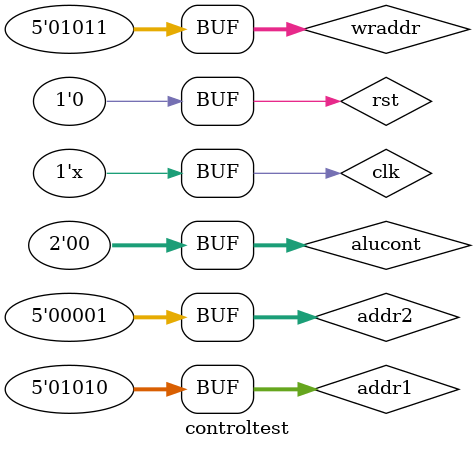
<source format=v>
`timescale 1ns / 1ps

module controltest;

	// Inputs
	reg [4:0] addr1;
	reg [4:0] addr2;
	reg [4:0] wraddr;
	reg [1:0] alucont;
	reg clk;
	reg rst;

	// Outputs
	wire [31:0]result;

	// Instantiate the Unit Under Test (UUT)
	control uut (
		.addr1(addr1),  
		.addr2(addr2), 
		.wraddr(wraddr), 
		.alucont(alucont), 
		.clk(clk), 
		.rst(rst), 
		.result(result)
	);

	initial begin
		// Initialize Inputs
		clk = 0;
		rst = 0;

		// Wait 100 ns for global reset to finish
      addr1 = 2;
		addr2 = 1;
		wraddr = 10;
		alucont = 0;
		#100;
      addr1 = 2;
		addr2 = 1;
		wraddr = 4;
		alucont = 1;
		#100;
      addr1 = 30;
		addr2 = 1;
		wraddr = 5;
		alucont = 0;
		#100;
      addr1 = 2;
		addr2 = 2;
		wraddr = 4;
		alucont = 2;
		#100;
      addr1 = 3;
		addr2 = 1;
		wraddr = 4;
		alucont = 0;
		#100;
      addr1 = 10; //az meghdari k bayad minevest estefade miknonim
		addr2 = 1;
		wraddr = 11;
		alucont = 0;
	
	
	end
      always clk = #10 ~clk;
endmodule


</source>
